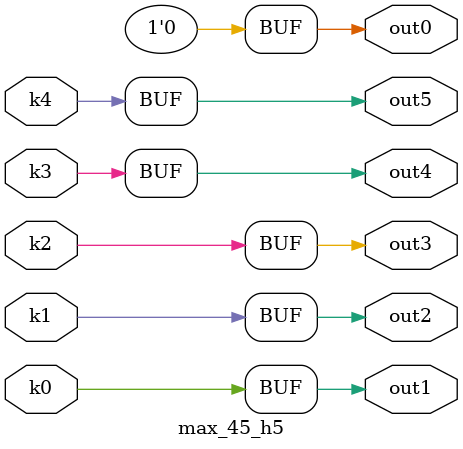
<source format=v>
module max_45(pi00, pi01, pi02, pi03, pi04, pi05, pi06, pi07, pi08, pi09, pi10, pi11, po0, po1, po2, po3, po4, po5);
input pi00, pi01, pi02, pi03, pi04, pi05, pi06, pi07, pi08, pi09, pi10, pi11;
output po0, po1, po2, po3, po4, po5;
wire k0, k1, k2, k3, k4;
max_45_w5 DUT1 (pi00, pi01, pi02, pi03, pi04, pi05, pi06, pi07, pi08, pi09, pi10, pi11, k0, k1, k2, k3, k4);
max_45_h5 DUT2 (k0, k1, k2, k3, k4, po0, po1, po2, po3, po4, po5);
endmodule

module max_45_w5(in11, in10, in9, in8, in7, in6, in5, in4, in3, in2, in1, in0, k4, k3, k2, k1, k0);
input in11, in10, in9, in8, in7, in6, in5, in4, in3, in2, in1, in0;
output k4, k3, k2, k1, k0;
assign k0 =   in0 ? ~in8 : ~in3;
assign k1 =   in0 ? ~in9 : ~in4;
assign k2 =   in0 ? ~in10 : ~in5;
assign k3 =   in0 ? ~in11 : ~in6;
assign k4 =   (((~in11 & (in6 | in1)) | (in6 & in1)) & (~in7 | in2) & (~in8 | in3) & (~in9 | in4) & (~in10 | in5)) | ((~in7 | in2) & (((~in8 | in3) & ((~in10 & in5 & (~in9 | in4)) | (~in9 & in4))) | (~in8 & in3))) | (~in7 & in2);
endmodule

module max_45_h5(k4, k3, k2, k1, k0, out5, out4, out3, out2, out1, out0);
input k4, k3, k2, k1, k0;
output out5, out4, out3, out2, out1, out0;
assign out0 = 0;
assign out1 = k0;
assign out2 = k1;
assign out3 = k2;
assign out4 = k3;
assign out5 = k4;
endmodule

</source>
